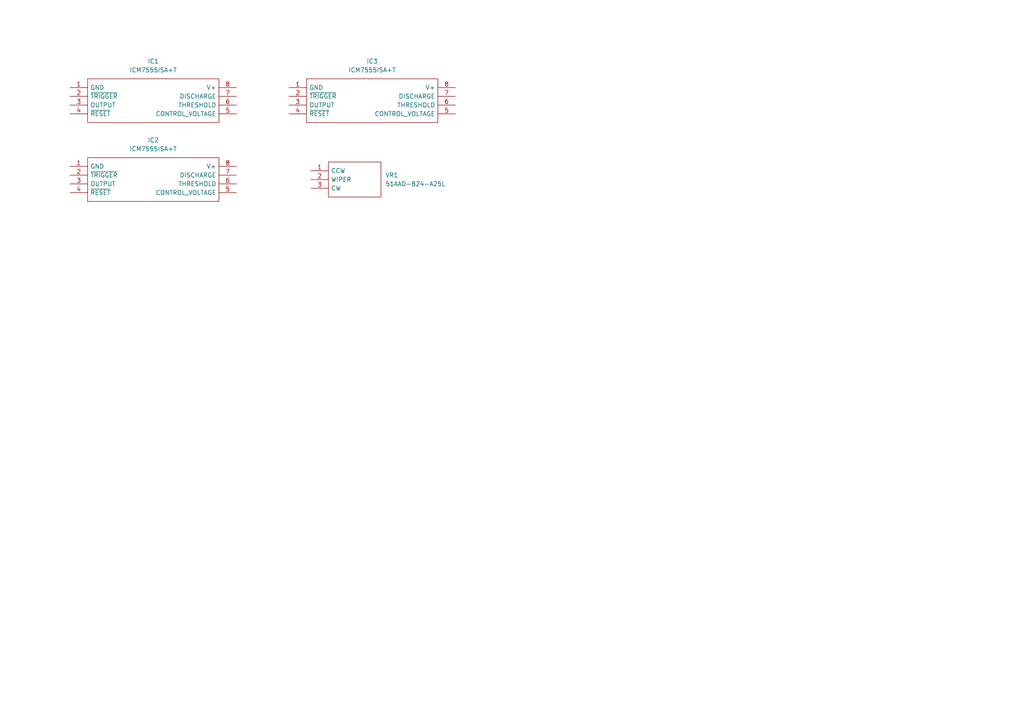
<source format=kicad_sch>
(kicad_sch (version 20211123) (generator eeschema)
  (paper "A4")
  (lib_symbols
    (symbol "SamacSys_Parts:51AAD-B24-A25L" (pin_names (offset 0.762))
      (property "Reference" "VR" (at 21.59 7.62 0))
      (property "Value" "51AAD-B24-A25L" (at 21.59 5.08 0))
      (symbol "51AAD-B24-A25L_0_0"
        (pin passive line (at 0 0 0) (length 5.08) (name "CCW") (number "1"))
        (pin passive line (at 0 -2.54 0) (length 5.08) (name "WIPER") (number "2"))
        (pin passive line (at 0 -5.08 0) (length 5.08) (name "CW") (number "3"))
      )
      (symbol "51AAD-B24-A25L_0_1"
        (polyline (pts (xy 5.08 2.54) (xy 20.32 2.54) (xy 20.32 -7.62) (xy 5.08 -7.62) (xy 5.08 2.54)) (stroke (width 0.1524)))
      )
    )
    (symbol "SamacSys_Parts:ICM7555ISA+T" (pin_names (offset 0.762))
      (property "Reference" "IC" (at 44.45 7.62 0))
      (property "Value" "ICM7555ISA+T" (at 44.45 5.08 0))
      (symbol "ICM7555ISA+T_0_0"
        (pin passive line (at 0 0 0) (length 5.08) (name "GND") (number "1"))
        (pin passive line (at 0 -2.54 0) (length 5.08) (name "~{TRIGGER}") (number "2"))
        (pin passive line (at 0 -5.08 0) (length 5.08) (name "OUTPUT") (number "3"))
        (pin passive line (at 0 -7.62 0) (length 5.08) (name "~{RESET}") (number "4"))
        (pin passive line (at 48.26 -7.62 180) (length 5.08) (name "CONTROL_VOLTAGE") (number "5"))
        (pin passive line (at 48.26 -5.08 180) (length 5.08) (name "THRESHOLD") (number "6"))
        (pin passive line (at 48.26 -2.54 180) (length 5.08) (name "DISCHARGE") (number "7"))
        (pin passive line (at 48.26 0 180) (length 5.08) (name "V+") (number "8"))
      )
      (symbol "ICM7555ISA+T_0_1"
        (polyline (pts (xy 5.08 2.54) (xy 43.18 2.54) (xy 43.18 -10.16) (xy 5.08 -10.16) (xy 5.08 2.54)) (stroke (width 0.1524)))
      )
    )
  )
  (symbol (lib_id "SamacSys_Parts:ICM7555ISA+T") (at 83.82 25.4 0) (unit 1)
    (property "Reference" "IC3" (at 107.95 17.78 0))
    (property "Value" "ICM7555ISA+T" (at 107.95 20.32 0))
    (property "Footprint" "SOIC127P600X175-8N" (effects hide))
    (property "Datasheet" "https://pdfserv.maximintegrated.com/en/ds/ICM7555-ICM7556.pdf" (effects hide))
    (property "Description" "MAXIM INTEGRATED PRODUCTS - ICM7555ISA+T - Timer, Oscillator & Pulse Generator IC, CMOS RC Timer, 500 kHz, 2 V to 18 V, NSOIC-8" (effects hide))
    (property "Height" "1.75" (effects hide))
    (property "Manufacturer_Name" "Maxim Integrated" (effects hide))
    (property "Manufacturer_Part_Number" "ICM7555ISA+T" (effects hide))
    (property "Mouser Part Number" "700-ICM7555ISAT" (effects hide))
    (property "Mouser Price/Stock" "https://www.mouser.co.uk/ProductDetail/Maxim-Integrated/ICM7555ISA%2bT?qs=1eQvB6Dk1vgPlNT61KPxVA%3D%3D" (effects hide))
    (property "Arrow Part Number" "ICM7555ISA+T" (effects hide))
    (property "Arrow Price/Stock" "https://www.arrow.com/en/products/icm7555isat/maxim-integrated?region=nac" (effects hide))
  )
  (symbol (lib_id "SamacSys_Parts:51AAD-B24-A25L") (at 90.17 49.53 0) (unit 1)
    (property "Reference" "VR1" (at 111.76 50.7999 0) (effects (justify left)))
    (property "Value" "51AAD-B24-A25L" (at 111.76 53.3399 0) (effects (justify left)))
    (property "Footprint" "51AADB24A25L" (effects hide))
    (property "Datasheet" "https://www.mouser.ch/datasheet/2/54/50-777299.pdf" (effects hide))
    (property "Description" "Potentiometers 1/2\" 1M 10% Square Sealed" (effects hide))
    (property "Height" "13.25" (effects hide))
    (property "Manufacturer_Name" "Bourns" (effects hide))
    (property "Manufacturer_Part_Number" "51AAD-B24-A25L" (effects hide))
    (property "Mouser Part Number" "652-51AAD-B24-A25L" (effects hide))
    (property "Mouser Price/Stock" "https://www.mouser.co.uk/ProductDetail/Bourns/51AAD-B24-A25L?qs=a5ZO726SDYA659U%2FhYZdpw%3D%3D" (effects hide))
  )
  (symbol (lib_id "SamacSys_Parts:ICM7555ISA+T") (at 20.32 25.4 0) (unit 1)
    (property "Reference" "IC1" (at 44.45 17.78 0))
    (property "Value" "ICM7555ISA+T" (at 44.45 20.32 0))
    (property "Footprint" "SOIC127P600X175-8N" (effects hide))
    (property "Datasheet" "https://pdfserv.maximintegrated.com/en/ds/ICM7555-ICM7556.pdf" (effects hide))
    (property "Description" "MAXIM INTEGRATED PRODUCTS - ICM7555ISA+T - Timer, Oscillator & Pulse Generator IC, CMOS RC Timer, 500 kHz, 2 V to 18 V, NSOIC-8" (effects hide))
    (property "Height" "1.75" (effects hide))
    (property "Manufacturer_Name" "Maxim Integrated" (effects hide))
    (property "Manufacturer_Part_Number" "ICM7555ISA+T" (effects hide))
    (property "Mouser Part Number" "700-ICM7555ISAT" (effects hide))
    (property "Mouser Price/Stock" "https://www.mouser.co.uk/ProductDetail/Maxim-Integrated/ICM7555ISA%2bT?qs=1eQvB6Dk1vgPlNT61KPxVA%3D%3D" (effects hide))
    (property "Arrow Part Number" "ICM7555ISA+T" (effects hide))
    (property "Arrow Price/Stock" "https://www.arrow.com/en/products/icm7555isat/maxim-integrated?region=nac" (effects hide))
  )
  (symbol (lib_id "SamacSys_Parts:ICM7555ISA+T") (at 20.32 48.26 0) (unit 1)
    (property "Reference" "IC2" (at 44.45 40.64 0))
    (property "Value" "ICM7555ISA+T" (at 44.45 43.18 0))
    (property "Footprint" "SOIC127P600X175-8N" (effects hide))
    (property "Datasheet" "https://pdfserv.maximintegrated.com/en/ds/ICM7555-ICM7556.pdf" (effects hide))
    (property "Description" "MAXIM INTEGRATED PRODUCTS - ICM7555ISA+T - Timer, Oscillator & Pulse Generator IC, CMOS RC Timer, 500 kHz, 2 V to 18 V, NSOIC-8" (effects hide))
    (property "Height" "1.75" (effects hide))
    (property "Manufacturer_Name" "Maxim Integrated" (effects hide))
    (property "Manufacturer_Part_Number" "ICM7555ISA+T" (effects hide))
    (property "Mouser Part Number" "700-ICM7555ISAT" (effects hide))
    (property "Mouser Price/Stock" "https://www.mouser.co.uk/ProductDetail/Maxim-Integrated/ICM7555ISA%2bT?qs=1eQvB6Dk1vgPlNT61KPxVA%3D%3D" (effects hide))
    (property "Arrow Part Number" "ICM7555ISA+T" (effects hide))
    (property "Arrow Price/Stock" "https://www.arrow.com/en/products/icm7555isat/maxim-integrated?region=nac" (effects hide))
  )
)
</source>
